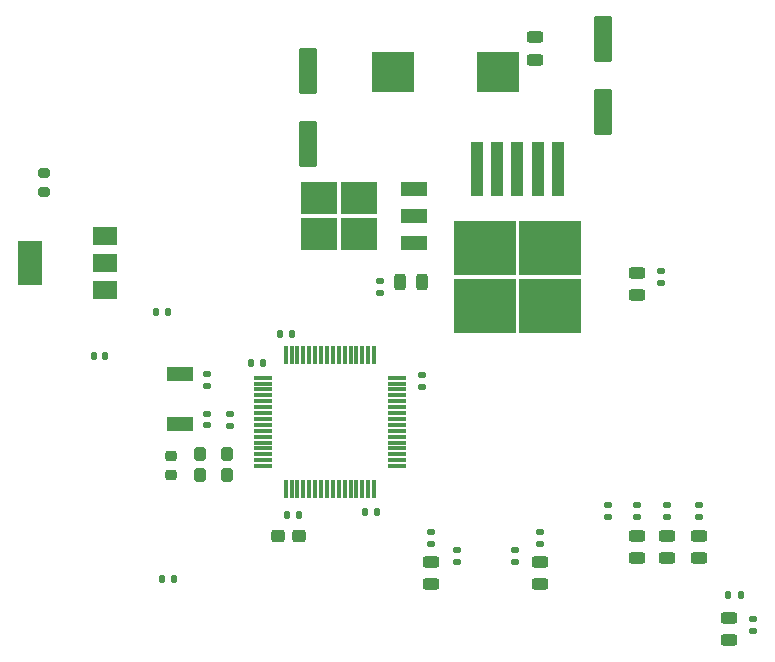
<source format=gbr>
%TF.GenerationSoftware,KiCad,Pcbnew,6.0.10-86aedd382b~118~ubuntu22.10.1*%
%TF.CreationDate,2023-02-13T13:29:29-05:00*%
%TF.ProjectId,WerfenMc_power_edit,57657266-656e-44d6-935f-706f7765725f,rev?*%
%TF.SameCoordinates,Original*%
%TF.FileFunction,Paste,Top*%
%TF.FilePolarity,Positive*%
%FSLAX46Y46*%
G04 Gerber Fmt 4.6, Leading zero omitted, Abs format (unit mm)*
G04 Created by KiCad (PCBNEW 6.0.10-86aedd382b~118~ubuntu22.10.1) date 2023-02-13 13:29:29*
%MOMM*%
%LPD*%
G01*
G04 APERTURE LIST*
G04 Aperture macros list*
%AMRoundRect*
0 Rectangle with rounded corners*
0 $1 Rounding radius*
0 $2 $3 $4 $5 $6 $7 $8 $9 X,Y pos of 4 corners*
0 Add a 4 corners polygon primitive as box body*
4,1,4,$2,$3,$4,$5,$6,$7,$8,$9,$2,$3,0*
0 Add four circle primitives for the rounded corners*
1,1,$1+$1,$2,$3*
1,1,$1+$1,$4,$5*
1,1,$1+$1,$6,$7*
1,1,$1+$1,$8,$9*
0 Add four rect primitives between the rounded corners*
20,1,$1+$1,$2,$3,$4,$5,0*
20,1,$1+$1,$4,$5,$6,$7,0*
20,1,$1+$1,$6,$7,$8,$9,0*
20,1,$1+$1,$8,$9,$2,$3,0*%
G04 Aperture macros list end*
%ADD10R,3.556000X3.505200*%
%ADD11RoundRect,0.135000X-0.185000X0.135000X-0.185000X-0.135000X0.185000X-0.135000X0.185000X0.135000X0*%
%ADD12RoundRect,0.250000X0.275000X-0.312500X0.275000X0.312500X-0.275000X0.312500X-0.275000X-0.312500X0*%
%ADD13RoundRect,0.135000X0.185000X-0.135000X0.185000X0.135000X-0.185000X0.135000X-0.185000X-0.135000X0*%
%ADD14RoundRect,0.243750X0.456250X-0.243750X0.456250X0.243750X-0.456250X0.243750X-0.456250X-0.243750X0*%
%ADD15RoundRect,0.243750X-0.456250X0.243750X-0.456250X-0.243750X0.456250X-0.243750X0.456250X0.243750X0*%
%ADD16RoundRect,0.140000X0.140000X0.170000X-0.140000X0.170000X-0.140000X-0.170000X0.140000X-0.170000X0*%
%ADD17R,2.000000X1.500000*%
%ADD18R,2.000000X3.800000*%
%ADD19RoundRect,0.075000X-0.700000X-0.075000X0.700000X-0.075000X0.700000X0.075000X-0.700000X0.075000X0*%
%ADD20RoundRect,0.075000X-0.075000X-0.700000X0.075000X-0.700000X0.075000X0.700000X-0.075000X0.700000X0*%
%ADD21RoundRect,0.140000X-0.170000X0.140000X-0.170000X-0.140000X0.170000X-0.140000X0.170000X0.140000X0*%
%ADD22RoundRect,0.250000X0.312500X0.275000X-0.312500X0.275000X-0.312500X-0.275000X0.312500X-0.275000X0*%
%ADD23RoundRect,0.135000X-0.135000X-0.185000X0.135000X-0.185000X0.135000X0.185000X-0.135000X0.185000X0*%
%ADD24RoundRect,0.218750X-0.256250X0.218750X-0.256250X-0.218750X0.256250X-0.218750X0.256250X0.218750X0*%
%ADD25RoundRect,0.243750X0.243750X0.456250X-0.243750X0.456250X-0.243750X-0.456250X0.243750X-0.456250X0*%
%ADD26RoundRect,0.135000X0.135000X0.185000X-0.135000X0.185000X-0.135000X-0.185000X0.135000X-0.185000X0*%
%ADD27R,5.250000X4.550000*%
%ADD28R,1.100000X4.600000*%
%ADD29R,3.050000X2.750000*%
%ADD30R,2.200000X1.200000*%
%ADD31RoundRect,0.250000X0.550000X-1.712500X0.550000X1.712500X-0.550000X1.712500X-0.550000X-1.712500X0*%
%ADD32RoundRect,0.250000X-0.550000X1.712500X-0.550000X-1.712500X0.550000X-1.712500X0.550000X1.712500X0*%
%ADD33RoundRect,0.140000X0.170000X-0.140000X0.170000X0.140000X-0.170000X0.140000X-0.170000X-0.140000X0*%
%ADD34R,2.200000X1.300000*%
%ADD35RoundRect,0.200000X-0.275000X0.200000X-0.275000X-0.200000X0.275000X-0.200000X0.275000X0.200000X0*%
%ADD36RoundRect,0.140000X-0.140000X-0.170000X0.140000X-0.170000X0.140000X0.170000X-0.140000X0.170000X0*%
G04 APERTURE END LIST*
D10*
%TO.C,L1*%
X66025000Y-32800000D03*
X74975000Y-32800000D03*
%TD*%
D11*
%TO.C,R5*%
X92000000Y-69490000D03*
X92000000Y-70510000D03*
%TD*%
D12*
%TO.C,C2*%
X49750000Y-66887500D03*
X49750000Y-65112500D03*
%TD*%
D13*
%TO.C,R8*%
X84250000Y-70510000D03*
X84250000Y-69490000D03*
%TD*%
%TO.C,R10*%
X96500000Y-80113641D03*
X96500000Y-79093641D03*
%TD*%
D14*
%TO.C,D2*%
X89300000Y-73937500D03*
X89300000Y-72062500D03*
%TD*%
D15*
%TO.C,D5*%
X94500000Y-79062500D03*
X94500000Y-80937500D03*
%TD*%
D16*
%TO.C,C16*%
X55030000Y-57450000D03*
X54070000Y-57450000D03*
%TD*%
D17*
%TO.C,Q2*%
X41650000Y-51300000D03*
X41650000Y-49000000D03*
X41650000Y-46700000D03*
D18*
X35350000Y-49000000D03*
%TD*%
D19*
%TO.C,U1*%
X55045200Y-58683200D03*
X55045200Y-59183200D03*
X55045200Y-59683200D03*
X55045200Y-60183200D03*
X55045200Y-60683200D03*
X55045200Y-61183200D03*
X55045200Y-61683200D03*
X55045200Y-62183200D03*
X55045200Y-62683200D03*
X55045200Y-63183200D03*
X55045200Y-63683200D03*
X55045200Y-64183200D03*
X55045200Y-64683200D03*
X55045200Y-65183200D03*
X55045200Y-65683200D03*
X55045200Y-66183200D03*
D20*
X56970200Y-68108200D03*
X57470200Y-68108200D03*
X57970200Y-68108200D03*
X58470200Y-68108200D03*
X58970200Y-68108200D03*
X59470200Y-68108200D03*
X59970200Y-68108200D03*
X60470200Y-68108200D03*
X60970200Y-68108200D03*
X61470200Y-68108200D03*
X61970200Y-68108200D03*
X62470200Y-68108200D03*
X62970200Y-68108200D03*
X63470200Y-68108200D03*
X63970200Y-68108200D03*
X64470200Y-68108200D03*
D19*
X66395200Y-66183200D03*
X66395200Y-65683200D03*
X66395200Y-65183200D03*
X66395200Y-64683200D03*
X66395200Y-64183200D03*
X66395200Y-63683200D03*
X66395200Y-63183200D03*
X66395200Y-62683200D03*
X66395200Y-62183200D03*
X66395200Y-61683200D03*
X66395200Y-61183200D03*
X66395200Y-60683200D03*
X66395200Y-60183200D03*
X66395200Y-59683200D03*
X66395200Y-59183200D03*
X66395200Y-58683200D03*
D20*
X64470200Y-56758200D03*
X63970200Y-56758200D03*
X63470200Y-56758200D03*
X62970200Y-56758200D03*
X62470200Y-56758200D03*
X61970200Y-56758200D03*
X61470200Y-56758200D03*
X60970200Y-56758200D03*
X60470200Y-56758200D03*
X59970200Y-56758200D03*
X59470200Y-56758200D03*
X58970200Y-56758200D03*
X58470200Y-56758200D03*
X57970200Y-56758200D03*
X57470200Y-56758200D03*
X56970200Y-56758200D03*
%TD*%
D14*
%TO.C,D8*%
X78100000Y-31750000D03*
X78100000Y-29875000D03*
%TD*%
D21*
%TO.C,C10*%
X50350000Y-61750000D03*
X50350000Y-62710000D03*
%TD*%
D13*
%TO.C,R17*%
X88750000Y-50702718D03*
X88750000Y-49682718D03*
%TD*%
D12*
%TO.C,C1*%
X52000000Y-66887500D03*
X52000000Y-65112500D03*
%TD*%
D11*
%TO.C,R3*%
X86750000Y-69490000D03*
X86750000Y-70510000D03*
%TD*%
D14*
%TO.C,D1*%
X86700000Y-73937500D03*
X86700000Y-72062500D03*
%TD*%
D22*
%TO.C,C3*%
X58087500Y-72050000D03*
X56312500Y-72050000D03*
%TD*%
D23*
%TO.C,R2*%
X46490000Y-75750000D03*
X47510000Y-75750000D03*
%TD*%
D24*
%TO.C,FB1*%
X47250000Y-65325000D03*
X47250000Y-66900000D03*
%TD*%
D25*
%TO.C,D4*%
X68537500Y-50600000D03*
X66662500Y-50600000D03*
%TD*%
D15*
%TO.C,D7*%
X69250000Y-74312500D03*
X69250000Y-76187500D03*
%TD*%
D26*
%TO.C,R15*%
X47010000Y-53120000D03*
X45990000Y-53120000D03*
%TD*%
D27*
%TO.C,U2*%
X73825000Y-47750000D03*
X73825000Y-52600000D03*
X79375000Y-47750000D03*
X79375000Y-52600000D03*
D28*
X80000000Y-41025000D03*
X78300000Y-41025000D03*
X76600000Y-41025000D03*
X74900000Y-41025000D03*
X73200000Y-41025000D03*
%TD*%
D29*
%TO.C,U3*%
X59825000Y-46525000D03*
X63175000Y-46525000D03*
X63175000Y-43475000D03*
X59825000Y-43475000D03*
D30*
X67800000Y-47280000D03*
X67800000Y-45000000D03*
X67800000Y-42720000D03*
%TD*%
D31*
%TO.C,C14*%
X83800000Y-36200000D03*
X83800000Y-30025000D03*
%TD*%
D21*
%TO.C,C7*%
X68514000Y-58498800D03*
X68514000Y-59458800D03*
%TD*%
D16*
%TO.C,C8*%
X41710000Y-56860000D03*
X40750000Y-56860000D03*
%TD*%
D32*
%TO.C,C15*%
X58900000Y-32712500D03*
X58900000Y-38887500D03*
%TD*%
D33*
%TO.C,C9*%
X50350000Y-59360000D03*
X50350000Y-58400000D03*
%TD*%
D14*
%TO.C,D3*%
X92000000Y-73937500D03*
X92000000Y-72062500D03*
%TD*%
D16*
%TO.C,C4*%
X58080000Y-70300000D03*
X57120000Y-70300000D03*
%TD*%
D11*
%TO.C,R4*%
X89300000Y-69490000D03*
X89300000Y-70510000D03*
%TD*%
D16*
%TO.C,C6*%
X64680000Y-70100000D03*
X63720000Y-70100000D03*
%TD*%
D14*
%TO.C,D10*%
X86750000Y-51687500D03*
X86750000Y-49812500D03*
%TD*%
D13*
%TO.C,R12*%
X78500000Y-72760000D03*
X78500000Y-71740000D03*
%TD*%
%TO.C,R13*%
X71500000Y-74260000D03*
X71500000Y-73240000D03*
%TD*%
D34*
%TO.C,HSE1*%
X48000000Y-62600000D03*
X48000000Y-58400000D03*
%TD*%
D15*
%TO.C,D6*%
X78500000Y-74312500D03*
X78500000Y-76187500D03*
%TD*%
D23*
%TO.C,R11*%
X94465000Y-77120000D03*
X95485000Y-77120000D03*
%TD*%
D11*
%TO.C,R7*%
X52300000Y-61740000D03*
X52300000Y-62760000D03*
%TD*%
D35*
%TO.C,R16*%
X36500000Y-41350000D03*
X36500000Y-43000000D03*
%TD*%
D36*
%TO.C,C5*%
X56520000Y-55000000D03*
X57480000Y-55000000D03*
%TD*%
D13*
%TO.C,R14*%
X69250000Y-72770000D03*
X69250000Y-71750000D03*
%TD*%
%TO.C,R9*%
X76370000Y-74260000D03*
X76370000Y-73240000D03*
%TD*%
%TO.C,R6*%
X65000000Y-51510000D03*
X65000000Y-50490000D03*
%TD*%
M02*

</source>
